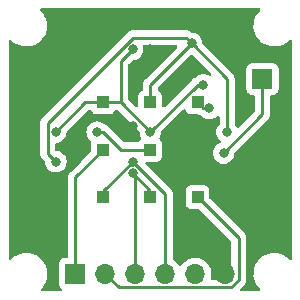
<source format=gbr>
%TF.GenerationSoftware,KiCad,Pcbnew,(6.0.7)*%
%TF.CreationDate,2022-10-15T10:30:28-05:00*%
%TF.ProjectId,ADS1219,41445331-3231-4392-9e6b-696361645f70,4*%
%TF.SameCoordinates,Original*%
%TF.FileFunction,Copper,L2,Bot*%
%TF.FilePolarity,Positive*%
%FSLAX46Y46*%
G04 Gerber Fmt 4.6, Leading zero omitted, Abs format (unit mm)*
G04 Created by KiCad (PCBNEW (6.0.7)) date 2022-10-15 10:30:28*
%MOMM*%
%LPD*%
G01*
G04 APERTURE LIST*
%TA.AperFunction,ComponentPad*%
%ADD10R,1.700000X1.700000*%
%TD*%
%TA.AperFunction,ComponentPad*%
%ADD11O,1.700000X1.700000*%
%TD*%
%TA.AperFunction,SMDPad,CuDef*%
%ADD12R,1.000000X1.000000*%
%TD*%
%TA.AperFunction,ViaPad*%
%ADD13C,0.800000*%
%TD*%
%TA.AperFunction,Conductor*%
%ADD14C,0.250000*%
%TD*%
G04 APERTURE END LIST*
D10*
%TO.P,J4,1,Pin_1*%
%TO.N,Net-(R2-Pad2)*%
X180000000Y-80500000D03*
%TD*%
%TO.P,J2,1,Pin_1*%
%TO.N,/AIN0*%
X164150000Y-97000000D03*
D11*
%TO.P,J2,2,Pin_2*%
%TO.N,/AIN1*%
X166690000Y-97000000D03*
%TO.P,J2,3,Pin_3*%
%TO.N,/AIN2*%
X169230000Y-97000000D03*
%TO.P,J2,4,Pin_4*%
%TO.N,/AIN3*%
X171770000Y-97000000D03*
%TO.P,J2,5,Pin_5*%
%TO.N,+3.3V*%
X174310000Y-97000000D03*
%TO.P,J2,6,Pin_6*%
%TO.N,GND*%
X176850000Y-97000000D03*
%TD*%
D12*
%TO.P,TP9,1,1*%
%TO.N,/AIN3*%
X166500000Y-90500000D03*
%TD*%
%TO.P,TP5,1,1*%
%TO.N,/A1*%
X170500000Y-86500000D03*
%TD*%
%TO.P,TP4,1,1*%
%TO.N,GND*%
X174500000Y-86500000D03*
%TD*%
%TO.P,TP3,1,1*%
%TO.N,+3.3V*%
X166500000Y-82500000D03*
%TD*%
%TO.P,TP1,1,1*%
%TO.N,/SCL*%
X174500000Y-82500000D03*
%TD*%
%TO.P,TP7,1,1*%
%TO.N,/AIN1*%
X174500000Y-90500000D03*
%TD*%
%TO.P,TP2,1,1*%
%TO.N,/SDA*%
X170500000Y-82500000D03*
%TD*%
%TO.P,TP8,1,1*%
%TO.N,/AIN2*%
X170500000Y-90500000D03*
%TD*%
%TO.P,TP6,1,1*%
%TO.N,/AIN0*%
X166500000Y-86500000D03*
%TD*%
D13*
%TO.N,Net-(R2-Pad2)*%
X176718000Y-86782000D03*
%TO.N,GND*%
X173000000Y-95000000D03*
X172500000Y-89500000D03*
X169000000Y-84500000D03*
X170500000Y-78000000D03*
X172000000Y-81500000D03*
X171000000Y-88000000D03*
X176000000Y-77500000D03*
X165000000Y-77500000D03*
X169000000Y-81500000D03*
%TO.N,+3.3V*%
X175000000Y-81000000D03*
X170500000Y-85000000D03*
X162500000Y-85000000D03*
X169000000Y-78000000D03*
%TO.N,/SDA*%
X177000000Y-85000000D03*
X162500000Y-87500000D03*
X174000000Y-77500000D03*
%TO.N,/SCL*%
X175500000Y-83000000D03*
%TO.N,/AIN2*%
X169000000Y-88500000D03*
%TO.N,/AIN3*%
X169000000Y-87500000D03*
%TO.N,/A1*%
X166000000Y-85000000D03*
%TD*%
D14*
%TO.N,Net-(R2-Pad2)*%
X180000000Y-83500000D02*
X180000000Y-80500000D01*
X176718000Y-86782000D02*
X180000000Y-83500000D01*
%TO.N,+3.3V*%
X168000000Y-79000000D02*
X169000000Y-78000000D01*
X165000000Y-82500000D02*
X166500000Y-82500000D01*
X165000000Y-82500000D02*
X168000000Y-82500000D01*
X174500000Y-81000000D02*
X175000000Y-81000000D01*
X168000000Y-82500000D02*
X168000000Y-79000000D01*
X168000000Y-82500000D02*
X170500000Y-85000000D01*
X162500000Y-85000000D02*
X165000000Y-82500000D01*
X170500000Y-85000000D02*
X174500000Y-81000000D01*
%TO.N,/SDA*%
X161822600Y-84219411D02*
X169042011Y-77000000D01*
X170500000Y-81000000D02*
X170500000Y-82500000D01*
X174000000Y-77500000D02*
X170500000Y-81000000D01*
X169042011Y-77000000D02*
X173500000Y-77000000D01*
X173500000Y-77000000D02*
X174000000Y-77500000D01*
X161822600Y-86822600D02*
X161822600Y-84219411D01*
X162500000Y-87500000D02*
X161822600Y-86822600D01*
X177000000Y-85000000D02*
X177000000Y-80500000D01*
X177000000Y-80500000D02*
X174000000Y-77500000D01*
%TO.N,/SCL*%
X175500000Y-83000000D02*
X175000000Y-83000000D01*
X175000000Y-83000000D02*
X174500000Y-82500000D01*
%TO.N,/AIN0*%
X164150000Y-88850000D02*
X164150000Y-97000000D01*
X166500000Y-86500000D02*
X164150000Y-88850000D01*
%TO.N,/AIN1*%
X177977400Y-97522600D02*
X177372600Y-98127400D01*
X174500000Y-90500000D02*
X177977400Y-93977400D01*
X177977400Y-93977400D02*
X177977400Y-97522600D01*
X177372600Y-98127400D02*
X167817400Y-98127400D01*
X167817400Y-98127400D02*
X166690000Y-97000000D01*
%TO.N,/AIN2*%
X170500000Y-90000000D02*
X170500000Y-90500000D01*
X169000000Y-88500000D02*
X170500000Y-90000000D01*
X169230000Y-97000000D02*
X169230000Y-88730000D01*
X169230000Y-88730000D02*
X169000000Y-88500000D01*
%TO.N,/AIN3*%
X166500000Y-90000000D02*
X169000000Y-87500000D01*
X171770000Y-90270000D02*
X169000000Y-87500000D01*
X166500000Y-90500000D02*
X166500000Y-90000000D01*
X171770000Y-97000000D02*
X171770000Y-90270000D01*
%TO.N,/A1*%
X168000000Y-86500000D02*
X170500000Y-86500000D01*
X166500000Y-85000000D02*
X168000000Y-86500000D01*
X166000000Y-85000000D02*
X166500000Y-85000000D01*
%TD*%
%TA.AperFunction,Conductor*%
%TO.N,GND*%
G36*
X179765262Y-74528502D02*
G01*
X179811755Y-74582158D01*
X179821859Y-74652432D01*
X179788916Y-74720832D01*
X179629557Y-74890237D01*
X179480576Y-75104991D01*
X179364975Y-75339407D01*
X179285293Y-75588335D01*
X179243279Y-75846307D01*
X179239858Y-76107655D01*
X179275104Y-76366638D01*
X179276412Y-76371124D01*
X179276412Y-76371126D01*
X179290080Y-76418019D01*
X179348243Y-76617567D01*
X179457668Y-76854928D01*
X179460231Y-76858837D01*
X179598410Y-77069596D01*
X179598414Y-77069601D01*
X179600976Y-77073509D01*
X179775018Y-77268506D01*
X179975970Y-77435637D01*
X179979973Y-77438066D01*
X180195422Y-77568804D01*
X180195426Y-77568806D01*
X180199419Y-77571229D01*
X180440455Y-77672303D01*
X180693783Y-77736641D01*
X180698434Y-77737109D01*
X180698438Y-77737110D01*
X180891308Y-77756531D01*
X180910867Y-77758500D01*
X181066354Y-77758500D01*
X181068679Y-77758327D01*
X181068685Y-77758327D01*
X181256000Y-77744407D01*
X181256004Y-77744406D01*
X181260652Y-77744061D01*
X181265200Y-77743032D01*
X181265206Y-77743031D01*
X181451601Y-77700853D01*
X181515577Y-77686377D01*
X181551769Y-77672303D01*
X181754824Y-77593340D01*
X181754827Y-77593339D01*
X181759177Y-77591647D01*
X181986098Y-77461951D01*
X182191357Y-77300138D01*
X182273725Y-77212578D01*
X182334969Y-77176666D01*
X182405907Y-77179566D01*
X182464015Y-77220357D01*
X182490846Y-77286088D01*
X182491500Y-77298911D01*
X182491500Y-95699708D01*
X182471498Y-95767829D01*
X182417842Y-95814322D01*
X182347568Y-95824426D01*
X182282988Y-95794932D01*
X182271497Y-95783610D01*
X182257412Y-95767829D01*
X182224982Y-95731494D01*
X182024030Y-95564363D01*
X181943506Y-95515500D01*
X181804578Y-95431196D01*
X181804574Y-95431194D01*
X181800581Y-95428771D01*
X181559545Y-95327697D01*
X181306217Y-95263359D01*
X181301566Y-95262891D01*
X181301562Y-95262890D01*
X181092271Y-95241816D01*
X181089133Y-95241500D01*
X180933646Y-95241500D01*
X180931321Y-95241673D01*
X180931315Y-95241673D01*
X180744000Y-95255593D01*
X180743996Y-95255594D01*
X180739348Y-95255939D01*
X180734800Y-95256968D01*
X180734794Y-95256969D01*
X180548399Y-95299147D01*
X180484423Y-95313623D01*
X180480071Y-95315315D01*
X180480069Y-95315316D01*
X180245176Y-95406660D01*
X180245173Y-95406661D01*
X180240823Y-95408353D01*
X180013902Y-95538049D01*
X179808643Y-95699862D01*
X179629557Y-95890237D01*
X179537981Y-96022243D01*
X179483696Y-96100494D01*
X179480576Y-96104991D01*
X179478510Y-96109181D01*
X179478508Y-96109184D01*
X179384597Y-96299618D01*
X179364975Y-96339407D01*
X179363553Y-96343850D01*
X179363552Y-96343852D01*
X179360690Y-96352792D01*
X179285293Y-96588335D01*
X179243279Y-96846307D01*
X179243218Y-96850980D01*
X179240396Y-97066590D01*
X179239858Y-97107655D01*
X179275104Y-97366638D01*
X179276412Y-97371124D01*
X179276412Y-97371126D01*
X179290728Y-97420242D01*
X179348243Y-97617567D01*
X179457668Y-97854928D01*
X179485855Y-97897921D01*
X179598410Y-98069596D01*
X179598414Y-98069601D01*
X179600976Y-98073509D01*
X179775018Y-98268506D01*
X179778611Y-98271494D01*
X179781978Y-98274746D01*
X179780400Y-98276380D01*
X179814782Y-98327680D01*
X179816149Y-98398663D01*
X179778923Y-98459118D01*
X179714922Y-98489849D01*
X179694592Y-98491500D01*
X178208594Y-98491500D01*
X178140473Y-98471498D01*
X178093980Y-98417842D01*
X178083876Y-98347568D01*
X178113370Y-98282988D01*
X178119499Y-98276405D01*
X178369647Y-98026257D01*
X178377937Y-98018713D01*
X178384418Y-98014600D01*
X178431059Y-97964932D01*
X178433813Y-97962091D01*
X178453534Y-97942370D01*
X178456012Y-97939175D01*
X178463718Y-97930153D01*
X178488558Y-97903701D01*
X178493986Y-97897921D01*
X178503746Y-97880168D01*
X178514599Y-97863645D01*
X178518328Y-97858837D01*
X178527013Y-97847641D01*
X178544576Y-97807057D01*
X178549783Y-97796427D01*
X178571095Y-97757660D01*
X178573066Y-97749983D01*
X178573068Y-97749978D01*
X178576132Y-97738042D01*
X178582538Y-97719330D01*
X178587434Y-97708017D01*
X178590581Y-97700745D01*
X178597497Y-97657081D01*
X178599904Y-97645460D01*
X178608928Y-97610311D01*
X178608928Y-97610310D01*
X178610900Y-97602630D01*
X178610900Y-97582369D01*
X178612451Y-97562658D01*
X178614379Y-97550485D01*
X178615619Y-97542657D01*
X178611459Y-97498646D01*
X178610900Y-97486789D01*
X178610900Y-94056167D01*
X178611427Y-94044984D01*
X178613102Y-94037491D01*
X178610962Y-93969414D01*
X178610900Y-93965455D01*
X178610900Y-93937544D01*
X178610395Y-93933544D01*
X178609462Y-93921701D01*
X178608322Y-93885429D01*
X178608073Y-93877510D01*
X178602422Y-93858058D01*
X178598414Y-93838706D01*
X178596867Y-93826463D01*
X178595874Y-93818603D01*
X178592956Y-93811232D01*
X178579600Y-93777497D01*
X178575755Y-93766270D01*
X178575121Y-93764087D01*
X178563418Y-93723807D01*
X178559384Y-93716985D01*
X178559381Y-93716979D01*
X178553106Y-93706368D01*
X178544410Y-93688618D01*
X178539872Y-93677156D01*
X178539869Y-93677151D01*
X178536952Y-93669783D01*
X178510973Y-93634025D01*
X178504457Y-93624107D01*
X178485975Y-93592857D01*
X178481942Y-93586037D01*
X178467618Y-93571713D01*
X178454776Y-93556678D01*
X178442872Y-93540293D01*
X178408806Y-93512111D01*
X178400027Y-93504122D01*
X175545405Y-90649500D01*
X175511379Y-90587188D01*
X175508500Y-90560405D01*
X175508500Y-89951866D01*
X175501745Y-89889684D01*
X175450615Y-89753295D01*
X175363261Y-89636739D01*
X175246705Y-89549385D01*
X175110316Y-89498255D01*
X175048134Y-89491500D01*
X173951866Y-89491500D01*
X173889684Y-89498255D01*
X173753295Y-89549385D01*
X173636739Y-89636739D01*
X173549385Y-89753295D01*
X173498255Y-89889684D01*
X173491500Y-89951866D01*
X173491500Y-91048134D01*
X173498255Y-91110316D01*
X173549385Y-91246705D01*
X173636739Y-91363261D01*
X173753295Y-91450615D01*
X173889684Y-91501745D01*
X173951866Y-91508500D01*
X174560406Y-91508500D01*
X174628527Y-91528502D01*
X174649501Y-91545405D01*
X177306995Y-94202899D01*
X177341021Y-94265211D01*
X177343900Y-94291994D01*
X177343900Y-97208005D01*
X177323898Y-97276126D01*
X177306995Y-97297100D01*
X177147100Y-97456995D01*
X177084788Y-97491021D01*
X177058005Y-97493900D01*
X175749803Y-97493900D01*
X175681682Y-97473898D01*
X175635189Y-97420242D01*
X175625085Y-97349968D01*
X175629244Y-97331272D01*
X175640867Y-97293015D01*
X175642370Y-97288069D01*
X175671529Y-97066590D01*
X175673156Y-97000000D01*
X175654852Y-96777361D01*
X175600431Y-96560702D01*
X175511354Y-96355840D01*
X175390014Y-96168277D01*
X175239670Y-96003051D01*
X175235619Y-95999852D01*
X175235615Y-95999848D01*
X175068414Y-95867800D01*
X175068410Y-95867798D01*
X175064359Y-95864598D01*
X175059831Y-95862098D01*
X174973284Y-95814322D01*
X174868789Y-95756638D01*
X174863920Y-95754914D01*
X174863916Y-95754912D01*
X174663087Y-95683795D01*
X174663083Y-95683794D01*
X174658212Y-95682069D01*
X174653119Y-95681162D01*
X174653116Y-95681161D01*
X174443373Y-95643800D01*
X174443367Y-95643799D01*
X174438284Y-95642894D01*
X174364452Y-95641992D01*
X174220081Y-95640228D01*
X174220079Y-95640228D01*
X174214911Y-95640165D01*
X173994091Y-95673955D01*
X173781756Y-95743357D01*
X173751443Y-95759137D01*
X173607975Y-95833822D01*
X173583607Y-95846507D01*
X173579474Y-95849610D01*
X173579471Y-95849612D01*
X173409100Y-95977530D01*
X173404965Y-95980635D01*
X173401393Y-95984373D01*
X173282121Y-96109184D01*
X173250629Y-96142138D01*
X173143201Y-96299621D01*
X173088293Y-96344621D01*
X173017768Y-96352792D01*
X172954021Y-96321538D01*
X172933324Y-96297054D01*
X172852822Y-96172617D01*
X172852820Y-96172614D01*
X172850014Y-96168277D01*
X172699670Y-96003051D01*
X172695619Y-95999852D01*
X172695615Y-95999848D01*
X172528414Y-95867800D01*
X172528410Y-95867798D01*
X172524359Y-95864598D01*
X172519835Y-95862101D01*
X172519831Y-95862098D01*
X172468608Y-95833822D01*
X172418636Y-95783390D01*
X172403500Y-95723513D01*
X172403500Y-90348768D01*
X172404027Y-90337585D01*
X172405702Y-90330092D01*
X172403562Y-90262001D01*
X172403500Y-90258044D01*
X172403500Y-90230144D01*
X172402996Y-90226153D01*
X172402063Y-90214311D01*
X172400923Y-90178036D01*
X172400674Y-90170111D01*
X172395021Y-90150652D01*
X172391012Y-90131293D01*
X172390846Y-90129983D01*
X172388474Y-90111203D01*
X172385558Y-90103837D01*
X172385556Y-90103831D01*
X172372200Y-90070098D01*
X172368355Y-90058868D01*
X172358230Y-90024017D01*
X172358230Y-90024016D01*
X172356019Y-90016407D01*
X172345705Y-89998966D01*
X172337008Y-89981213D01*
X172332472Y-89969758D01*
X172329552Y-89962383D01*
X172303563Y-89926612D01*
X172297047Y-89916692D01*
X172274542Y-89878638D01*
X172260221Y-89864317D01*
X172247380Y-89849283D01*
X172240131Y-89839306D01*
X172235472Y-89832893D01*
X172201395Y-89804702D01*
X172192616Y-89796712D01*
X170119500Y-87723595D01*
X170085474Y-87661283D01*
X170090539Y-87590467D01*
X170133086Y-87533632D01*
X170199606Y-87508821D01*
X170208595Y-87508500D01*
X171048134Y-87508500D01*
X171110316Y-87501745D01*
X171246705Y-87450615D01*
X171363261Y-87363261D01*
X171450615Y-87246705D01*
X171501745Y-87110316D01*
X171508500Y-87048134D01*
X171508500Y-85951866D01*
X171501745Y-85889684D01*
X171450615Y-85753295D01*
X171363261Y-85636739D01*
X171325780Y-85608648D01*
X171283265Y-85551791D01*
X171278239Y-85480972D01*
X171292226Y-85444823D01*
X171331223Y-85377279D01*
X171331224Y-85377278D01*
X171334527Y-85371556D01*
X171393542Y-85189928D01*
X171410907Y-85024706D01*
X171437920Y-84959050D01*
X171447122Y-84948782D01*
X173301887Y-83094017D01*
X173364199Y-83059991D01*
X173435014Y-83065056D01*
X173491850Y-83107603D01*
X173508964Y-83138883D01*
X173516320Y-83158505D01*
X173549385Y-83246705D01*
X173636739Y-83363261D01*
X173753295Y-83450615D01*
X173889684Y-83501745D01*
X173951866Y-83508500D01*
X174577618Y-83508500D01*
X174638327Y-83524090D01*
X174642439Y-83526351D01*
X174658953Y-83537199D01*
X174674959Y-83549614D01*
X174682228Y-83552759D01*
X174682232Y-83552762D01*
X174715537Y-83567174D01*
X174726187Y-83572391D01*
X174764940Y-83593695D01*
X174772615Y-83595666D01*
X174772616Y-83595666D01*
X174784562Y-83598733D01*
X174803264Y-83605136D01*
X174809335Y-83607763D01*
X174852933Y-83639091D01*
X174888747Y-83678866D01*
X174894089Y-83682747D01*
X174894091Y-83682749D01*
X175025867Y-83778490D01*
X175043248Y-83791118D01*
X175049276Y-83793802D01*
X175049278Y-83793803D01*
X175172991Y-83848883D01*
X175217712Y-83868794D01*
X175308586Y-83888110D01*
X175398056Y-83907128D01*
X175398061Y-83907128D01*
X175404513Y-83908500D01*
X175595487Y-83908500D01*
X175601939Y-83907128D01*
X175601944Y-83907128D01*
X175691414Y-83888110D01*
X175782288Y-83868794D01*
X175827009Y-83848883D01*
X175950722Y-83793803D01*
X175950724Y-83793802D01*
X175956752Y-83791118D01*
X175976099Y-83777062D01*
X176051879Y-83722004D01*
X176111253Y-83678866D01*
X176146864Y-83639316D01*
X176207310Y-83602076D01*
X176278294Y-83603428D01*
X176337278Y-83642941D01*
X176365536Y-83708072D01*
X176366500Y-83723626D01*
X176366500Y-84297476D01*
X176346498Y-84365597D01*
X176334142Y-84381779D01*
X176260960Y-84463056D01*
X176165473Y-84628444D01*
X176106458Y-84810072D01*
X176086496Y-85000000D01*
X176106458Y-85189928D01*
X176165473Y-85371556D01*
X176260960Y-85536944D01*
X176265378Y-85541851D01*
X176265379Y-85541852D01*
X176384325Y-85673955D01*
X176388747Y-85678866D01*
X176430021Y-85708854D01*
X176473375Y-85765075D01*
X176479451Y-85835811D01*
X176446319Y-85898603D01*
X176407209Y-85925896D01*
X176267278Y-85988197D01*
X176267276Y-85988198D01*
X176261248Y-85990882D01*
X176106747Y-86103134D01*
X175978960Y-86245056D01*
X175883473Y-86410444D01*
X175824458Y-86592072D01*
X175804496Y-86782000D01*
X175805186Y-86788565D01*
X175823526Y-86963056D01*
X175824458Y-86971928D01*
X175883473Y-87153556D01*
X175886776Y-87159278D01*
X175886777Y-87159279D01*
X175890650Y-87165987D01*
X175978960Y-87318944D01*
X175983378Y-87323851D01*
X175983379Y-87323852D01*
X176097517Y-87450615D01*
X176106747Y-87460866D01*
X176261248Y-87573118D01*
X176267276Y-87575802D01*
X176267278Y-87575803D01*
X176429681Y-87648109D01*
X176435712Y-87650794D01*
X176529113Y-87670647D01*
X176616056Y-87689128D01*
X176616061Y-87689128D01*
X176622513Y-87690500D01*
X176813487Y-87690500D01*
X176819939Y-87689128D01*
X176819944Y-87689128D01*
X176906888Y-87670647D01*
X177000288Y-87650794D01*
X177006319Y-87648109D01*
X177168722Y-87575803D01*
X177168724Y-87575802D01*
X177174752Y-87573118D01*
X177329253Y-87460866D01*
X177338483Y-87450615D01*
X177452621Y-87323852D01*
X177452622Y-87323851D01*
X177457040Y-87318944D01*
X177545350Y-87165987D01*
X177549223Y-87159279D01*
X177549224Y-87159278D01*
X177552527Y-87153556D01*
X177611542Y-86971928D01*
X177612475Y-86963056D01*
X177628907Y-86806707D01*
X177655920Y-86741050D01*
X177665122Y-86730782D01*
X179018626Y-85377279D01*
X180392253Y-84003652D01*
X180400539Y-83996112D01*
X180407018Y-83992000D01*
X180453644Y-83942348D01*
X180456398Y-83939507D01*
X180476135Y-83919770D01*
X180478615Y-83916573D01*
X180486320Y-83907551D01*
X180511159Y-83881100D01*
X180516586Y-83875321D01*
X180520405Y-83868375D01*
X180520407Y-83868372D01*
X180526348Y-83857566D01*
X180537199Y-83841047D01*
X180544758Y-83831301D01*
X180549614Y-83825041D01*
X180552759Y-83817772D01*
X180552762Y-83817768D01*
X180567174Y-83784463D01*
X180572391Y-83773813D01*
X180593695Y-83735060D01*
X180596600Y-83723748D01*
X180598733Y-83715438D01*
X180605137Y-83696734D01*
X180610033Y-83685420D01*
X180610033Y-83685419D01*
X180613181Y-83678145D01*
X180614420Y-83670322D01*
X180614423Y-83670312D01*
X180620099Y-83634476D01*
X180622505Y-83622856D01*
X180631528Y-83587711D01*
X180631528Y-83587710D01*
X180633500Y-83580030D01*
X180633500Y-83559776D01*
X180635051Y-83540065D01*
X180636980Y-83527886D01*
X180638220Y-83520057D01*
X180634059Y-83476038D01*
X180633500Y-83464181D01*
X180633500Y-81984500D01*
X180653502Y-81916379D01*
X180707158Y-81869886D01*
X180759500Y-81858500D01*
X180898134Y-81858500D01*
X180960316Y-81851745D01*
X181096705Y-81800615D01*
X181213261Y-81713261D01*
X181300615Y-81596705D01*
X181351745Y-81460316D01*
X181358500Y-81398134D01*
X181358500Y-79601866D01*
X181351745Y-79539684D01*
X181300615Y-79403295D01*
X181213261Y-79286739D01*
X181096705Y-79199385D01*
X180960316Y-79148255D01*
X180898134Y-79141500D01*
X179101866Y-79141500D01*
X179039684Y-79148255D01*
X178903295Y-79199385D01*
X178786739Y-79286739D01*
X178699385Y-79403295D01*
X178648255Y-79539684D01*
X178641500Y-79601866D01*
X178641500Y-81398134D01*
X178648255Y-81460316D01*
X178699385Y-81596705D01*
X178786739Y-81713261D01*
X178903295Y-81800615D01*
X179039684Y-81851745D01*
X179101866Y-81858500D01*
X179240500Y-81858500D01*
X179308621Y-81878502D01*
X179355114Y-81932158D01*
X179366500Y-81984500D01*
X179366500Y-83185406D01*
X179346498Y-83253527D01*
X179329595Y-83274501D01*
X178002293Y-84601802D01*
X177939981Y-84635828D01*
X177869165Y-84630763D01*
X177812330Y-84588216D01*
X177804079Y-84575707D01*
X177787134Y-84546357D01*
X177739040Y-84463056D01*
X177665863Y-84381785D01*
X177635147Y-84317779D01*
X177633500Y-84297476D01*
X177633500Y-80578768D01*
X177634027Y-80567585D01*
X177635702Y-80560092D01*
X177633562Y-80492001D01*
X177633500Y-80488044D01*
X177633500Y-80460144D01*
X177632996Y-80456153D01*
X177632063Y-80444311D01*
X177631708Y-80432990D01*
X177630674Y-80400111D01*
X177625021Y-80380652D01*
X177621012Y-80361293D01*
X177620846Y-80359983D01*
X177618474Y-80341203D01*
X177615558Y-80333837D01*
X177615556Y-80333831D01*
X177602200Y-80300098D01*
X177598355Y-80288868D01*
X177588230Y-80254017D01*
X177588230Y-80254016D01*
X177586019Y-80246407D01*
X177575705Y-80228966D01*
X177567008Y-80211213D01*
X177562472Y-80199758D01*
X177559552Y-80192383D01*
X177533563Y-80156612D01*
X177527047Y-80146692D01*
X177504542Y-80108638D01*
X177490221Y-80094317D01*
X177477380Y-80079283D01*
X177470131Y-80069306D01*
X177465472Y-80062893D01*
X177431395Y-80034702D01*
X177422616Y-80026712D01*
X174947122Y-77551217D01*
X174913096Y-77488905D01*
X174910907Y-77475292D01*
X174894232Y-77316635D01*
X174894232Y-77316633D01*
X174893542Y-77310072D01*
X174834527Y-77128444D01*
X174823742Y-77109763D01*
X174742341Y-76968774D01*
X174739040Y-76963056D01*
X174611253Y-76821134D01*
X174456752Y-76708882D01*
X174450724Y-76706198D01*
X174450722Y-76706197D01*
X174288319Y-76633891D01*
X174288318Y-76633891D01*
X174282288Y-76631206D01*
X174188887Y-76611353D01*
X174101944Y-76592872D01*
X174101939Y-76592872D01*
X174095487Y-76591500D01*
X174040309Y-76591500D01*
X173972188Y-76571498D01*
X173954058Y-76557352D01*
X173942349Y-76546357D01*
X173939505Y-76543600D01*
X173919770Y-76523865D01*
X173916573Y-76521385D01*
X173907551Y-76513680D01*
X173894122Y-76501069D01*
X173875321Y-76483414D01*
X173868375Y-76479595D01*
X173868372Y-76479593D01*
X173857566Y-76473652D01*
X173841047Y-76462801D01*
X173840583Y-76462441D01*
X173825041Y-76450386D01*
X173817772Y-76447241D01*
X173817768Y-76447238D01*
X173784463Y-76432826D01*
X173773813Y-76427609D01*
X173735060Y-76406305D01*
X173715437Y-76401267D01*
X173696734Y-76394863D01*
X173685420Y-76389967D01*
X173685419Y-76389967D01*
X173678145Y-76386819D01*
X173670322Y-76385580D01*
X173670312Y-76385577D01*
X173634476Y-76379901D01*
X173622856Y-76377495D01*
X173587711Y-76368472D01*
X173587710Y-76368472D01*
X173580030Y-76366500D01*
X173559776Y-76366500D01*
X173540065Y-76364949D01*
X173527886Y-76363020D01*
X173520057Y-76361780D01*
X173490786Y-76364547D01*
X173476039Y-76365941D01*
X173464181Y-76366500D01*
X169120778Y-76366500D01*
X169109595Y-76365973D01*
X169102102Y-76364298D01*
X169094176Y-76364547D01*
X169094175Y-76364547D01*
X169034012Y-76366438D01*
X169030054Y-76366500D01*
X169002155Y-76366500D01*
X168998165Y-76367004D01*
X168986331Y-76367936D01*
X168942122Y-76369326D01*
X168934508Y-76371538D01*
X168934503Y-76371539D01*
X168922670Y-76374977D01*
X168903307Y-76378988D01*
X168883214Y-76381526D01*
X168875847Y-76384443D01*
X168875842Y-76384444D01*
X168842103Y-76397802D01*
X168830876Y-76401646D01*
X168788418Y-76413982D01*
X168781592Y-76418019D01*
X168770983Y-76424293D01*
X168753235Y-76432988D01*
X168734394Y-76440448D01*
X168727978Y-76445110D01*
X168727977Y-76445110D01*
X168698624Y-76466436D01*
X168688704Y-76472952D01*
X168657476Y-76491420D01*
X168657473Y-76491422D01*
X168650649Y-76495458D01*
X168636328Y-76509779D01*
X168621295Y-76522619D01*
X168604904Y-76534528D01*
X168599853Y-76540634D01*
X168576713Y-76568605D01*
X168568723Y-76577384D01*
X161430347Y-83715759D01*
X161422061Y-83723299D01*
X161415582Y-83727411D01*
X161410157Y-83733188D01*
X161368957Y-83777062D01*
X161366202Y-83779904D01*
X161346465Y-83799641D01*
X161343985Y-83802838D01*
X161336282Y-83811858D01*
X161306014Y-83844090D01*
X161302195Y-83851036D01*
X161302193Y-83851039D01*
X161296252Y-83861845D01*
X161285401Y-83878364D01*
X161272986Y-83894370D01*
X161269841Y-83901639D01*
X161269838Y-83901643D01*
X161255426Y-83934948D01*
X161250209Y-83945598D01*
X161228905Y-83984351D01*
X161226934Y-83992026D01*
X161226934Y-83992027D01*
X161223867Y-84003973D01*
X161217463Y-84022677D01*
X161209419Y-84041266D01*
X161208180Y-84049089D01*
X161208177Y-84049099D01*
X161202501Y-84084935D01*
X161200095Y-84096555D01*
X161189100Y-84139381D01*
X161189100Y-84159635D01*
X161187549Y-84179345D01*
X161184380Y-84199354D01*
X161185126Y-84207246D01*
X161188541Y-84243372D01*
X161189100Y-84255230D01*
X161189100Y-86743833D01*
X161188573Y-86755016D01*
X161186898Y-86762509D01*
X161187147Y-86770435D01*
X161187147Y-86770436D01*
X161189038Y-86830586D01*
X161189100Y-86834545D01*
X161189100Y-86862456D01*
X161189597Y-86866390D01*
X161189597Y-86866391D01*
X161189605Y-86866456D01*
X161190538Y-86878293D01*
X161191927Y-86922489D01*
X161197578Y-86941939D01*
X161201587Y-86961300D01*
X161204126Y-86981397D01*
X161207045Y-86988768D01*
X161207045Y-86988770D01*
X161220404Y-87022512D01*
X161224249Y-87033742D01*
X161233960Y-87067168D01*
X161236582Y-87076193D01*
X161240615Y-87083012D01*
X161240617Y-87083017D01*
X161246893Y-87093628D01*
X161255588Y-87111376D01*
X161263048Y-87130217D01*
X161267710Y-87136633D01*
X161267710Y-87136634D01*
X161289036Y-87165987D01*
X161295552Y-87175907D01*
X161318058Y-87213962D01*
X161332379Y-87228283D01*
X161345219Y-87243316D01*
X161357128Y-87259707D01*
X161363234Y-87264758D01*
X161391205Y-87287898D01*
X161399984Y-87295888D01*
X161552878Y-87448782D01*
X161586904Y-87511094D01*
X161589092Y-87524703D01*
X161606458Y-87689928D01*
X161665473Y-87871556D01*
X161760960Y-88036944D01*
X161888747Y-88178866D01*
X162043248Y-88291118D01*
X162049276Y-88293802D01*
X162049278Y-88293803D01*
X162211681Y-88366109D01*
X162217712Y-88368794D01*
X162311113Y-88388647D01*
X162398056Y-88407128D01*
X162398061Y-88407128D01*
X162404513Y-88408500D01*
X162595487Y-88408500D01*
X162601939Y-88407128D01*
X162601944Y-88407128D01*
X162688887Y-88388647D01*
X162782288Y-88368794D01*
X162788319Y-88366109D01*
X162950722Y-88293803D01*
X162950724Y-88293802D01*
X162956752Y-88291118D01*
X163111253Y-88178866D01*
X163239040Y-88036944D01*
X163334527Y-87871556D01*
X163393542Y-87689928D01*
X163413504Y-87500000D01*
X163408645Y-87453767D01*
X163394232Y-87316635D01*
X163394232Y-87316633D01*
X163393542Y-87310072D01*
X163334527Y-87128444D01*
X163239040Y-86963056D01*
X163231786Y-86954999D01*
X163115675Y-86826045D01*
X163115674Y-86826044D01*
X163111253Y-86821134D01*
X162956752Y-86708882D01*
X162950724Y-86706198D01*
X162950722Y-86706197D01*
X162788319Y-86633891D01*
X162788318Y-86633891D01*
X162782288Y-86631206D01*
X162688887Y-86611353D01*
X162601944Y-86592872D01*
X162601939Y-86592872D01*
X162595487Y-86591500D01*
X162582100Y-86591500D01*
X162513979Y-86571498D01*
X162467486Y-86517842D01*
X162456100Y-86465500D01*
X162456100Y-86034500D01*
X162476102Y-85966379D01*
X162529758Y-85919886D01*
X162582100Y-85908500D01*
X162595487Y-85908500D01*
X162601939Y-85907128D01*
X162601944Y-85907128D01*
X162688887Y-85888647D01*
X162782288Y-85868794D01*
X162843603Y-85841495D01*
X162950722Y-85793803D01*
X162950724Y-85793802D01*
X162956752Y-85791118D01*
X162963073Y-85786526D01*
X163069981Y-85708852D01*
X163111253Y-85678866D01*
X163115675Y-85673955D01*
X163234621Y-85541852D01*
X163234622Y-85541851D01*
X163239040Y-85536944D01*
X163334527Y-85371556D01*
X163393542Y-85189928D01*
X163410907Y-85024706D01*
X163437920Y-84959050D01*
X163447122Y-84948782D01*
X165225500Y-83170405D01*
X165287812Y-83136379D01*
X165314595Y-83133500D01*
X165419618Y-83133500D01*
X165487739Y-83153502D01*
X165534232Y-83207158D01*
X165537599Y-83215269D01*
X165545970Y-83237596D01*
X165549385Y-83246705D01*
X165636739Y-83363261D01*
X165753295Y-83450615D01*
X165889684Y-83501745D01*
X165951866Y-83508500D01*
X167048134Y-83508500D01*
X167110316Y-83501745D01*
X167246705Y-83450615D01*
X167363261Y-83363261D01*
X167450615Y-83246705D01*
X167454030Y-83237596D01*
X167462401Y-83215269D01*
X167505043Y-83158505D01*
X167571605Y-83133806D01*
X167580382Y-83133500D01*
X167685406Y-83133500D01*
X167753527Y-83153502D01*
X167774501Y-83170405D01*
X169552878Y-84948783D01*
X169586904Y-85011095D01*
X169589093Y-85024706D01*
X169606458Y-85189928D01*
X169665473Y-85371556D01*
X169668776Y-85377278D01*
X169668777Y-85377279D01*
X169707774Y-85444823D01*
X169724512Y-85513818D01*
X169701292Y-85580910D01*
X169674222Y-85608647D01*
X169636739Y-85636739D01*
X169549385Y-85753295D01*
X169546233Y-85761703D01*
X169546231Y-85761707D01*
X169537599Y-85784731D01*
X169494957Y-85841495D01*
X169428395Y-85866194D01*
X169419618Y-85866500D01*
X168314595Y-85866500D01*
X168246474Y-85846498D01*
X168225500Y-85829595D01*
X167003652Y-84607747D01*
X166996112Y-84599461D01*
X166992000Y-84592982D01*
X166942348Y-84546356D01*
X166939507Y-84543602D01*
X166919770Y-84523865D01*
X166916573Y-84521385D01*
X166907551Y-84513680D01*
X166881100Y-84488841D01*
X166875321Y-84483414D01*
X166868375Y-84479595D01*
X166868372Y-84479593D01*
X166857566Y-84473652D01*
X166841047Y-84462801D01*
X166840583Y-84462441D01*
X166825041Y-84450386D01*
X166817772Y-84447241D01*
X166817768Y-84447238D01*
X166784463Y-84432826D01*
X166773813Y-84427609D01*
X166735060Y-84406305D01*
X166715437Y-84401267D01*
X166696736Y-84394864D01*
X166690665Y-84392237D01*
X166647066Y-84360909D01*
X166615672Y-84326042D01*
X166611253Y-84321134D01*
X166520545Y-84255230D01*
X166462094Y-84212763D01*
X166462093Y-84212762D01*
X166456752Y-84208882D01*
X166450724Y-84206198D01*
X166450722Y-84206197D01*
X166288319Y-84133891D01*
X166288318Y-84133891D01*
X166282288Y-84131206D01*
X166188888Y-84111353D01*
X166101944Y-84092872D01*
X166101939Y-84092872D01*
X166095487Y-84091500D01*
X165904513Y-84091500D01*
X165898061Y-84092872D01*
X165898056Y-84092872D01*
X165811112Y-84111353D01*
X165717712Y-84131206D01*
X165711682Y-84133891D01*
X165711681Y-84133891D01*
X165549278Y-84206197D01*
X165549276Y-84206198D01*
X165543248Y-84208882D01*
X165388747Y-84321134D01*
X165384328Y-84326042D01*
X165384325Y-84326045D01*
X165275203Y-84447238D01*
X165260960Y-84463056D01*
X165165473Y-84628444D01*
X165106458Y-84810072D01*
X165086496Y-85000000D01*
X165106458Y-85189928D01*
X165165473Y-85371556D01*
X165260960Y-85536944D01*
X165265378Y-85541851D01*
X165265379Y-85541852D01*
X165384325Y-85673955D01*
X165388747Y-85678866D01*
X165459344Y-85730158D01*
X165502697Y-85786379D01*
X165508772Y-85857115D01*
X165503267Y-85876316D01*
X165498255Y-85889684D01*
X165497402Y-85897532D01*
X165497402Y-85897534D01*
X165497286Y-85898603D01*
X165491500Y-85951866D01*
X165491500Y-86560406D01*
X165471498Y-86628527D01*
X165454595Y-86649501D01*
X164605124Y-87498971D01*
X163757747Y-88346348D01*
X163749461Y-88353888D01*
X163742982Y-88358000D01*
X163737557Y-88363777D01*
X163696357Y-88407651D01*
X163693602Y-88410493D01*
X163673865Y-88430230D01*
X163671385Y-88433427D01*
X163663682Y-88442447D01*
X163633414Y-88474679D01*
X163629595Y-88481625D01*
X163629593Y-88481628D01*
X163623652Y-88492434D01*
X163612801Y-88508953D01*
X163600386Y-88524959D01*
X163597241Y-88532228D01*
X163597238Y-88532232D01*
X163582826Y-88565537D01*
X163577609Y-88576187D01*
X163556305Y-88614940D01*
X163554334Y-88622615D01*
X163554334Y-88622616D01*
X163551267Y-88634562D01*
X163544863Y-88653266D01*
X163536819Y-88671855D01*
X163535580Y-88679678D01*
X163535577Y-88679688D01*
X163529901Y-88715524D01*
X163527495Y-88727144D01*
X163516500Y-88769970D01*
X163516500Y-88790224D01*
X163514949Y-88809934D01*
X163511780Y-88829943D01*
X163512526Y-88837835D01*
X163515941Y-88873961D01*
X163516500Y-88885819D01*
X163516500Y-95515500D01*
X163496498Y-95583621D01*
X163442842Y-95630114D01*
X163390500Y-95641500D01*
X163251866Y-95641500D01*
X163189684Y-95648255D01*
X163053295Y-95699385D01*
X162936739Y-95786739D01*
X162849385Y-95903295D01*
X162798255Y-96039684D01*
X162791500Y-96101866D01*
X162791500Y-97898134D01*
X162798255Y-97960316D01*
X162849385Y-98096705D01*
X162936739Y-98213261D01*
X162943919Y-98218642D01*
X162943920Y-98218643D01*
X163005339Y-98264674D01*
X163047854Y-98321533D01*
X163052880Y-98392352D01*
X163018820Y-98454645D01*
X162956489Y-98488635D01*
X162929774Y-98491500D01*
X161322859Y-98491500D01*
X161254738Y-98471498D01*
X161208245Y-98417842D01*
X161198141Y-98347568D01*
X161231084Y-98279167D01*
X161233683Y-98276405D01*
X161390443Y-98109763D01*
X161499569Y-97952460D01*
X161536759Y-97898851D01*
X161536761Y-97898848D01*
X161539424Y-97895009D01*
X161561284Y-97850682D01*
X161652960Y-97664781D01*
X161652961Y-97664778D01*
X161655025Y-97660593D01*
X161731962Y-97420242D01*
X161733280Y-97416123D01*
X161734707Y-97411665D01*
X161776721Y-97153693D01*
X161780142Y-96892345D01*
X161744896Y-96633362D01*
X161730473Y-96583877D01*
X161673068Y-96386932D01*
X161671757Y-96382433D01*
X161659498Y-96355840D01*
X161575030Y-96172617D01*
X161562332Y-96145072D01*
X161511500Y-96067540D01*
X161421590Y-95930404D01*
X161421586Y-95930399D01*
X161419024Y-95926491D01*
X161244982Y-95731494D01*
X161044030Y-95564363D01*
X160963506Y-95515500D01*
X160824578Y-95431196D01*
X160824574Y-95431194D01*
X160820581Y-95428771D01*
X160579545Y-95327697D01*
X160326217Y-95263359D01*
X160321566Y-95262891D01*
X160321562Y-95262890D01*
X160112271Y-95241816D01*
X160109133Y-95241500D01*
X159953646Y-95241500D01*
X159951321Y-95241673D01*
X159951315Y-95241673D01*
X159764000Y-95255593D01*
X159763996Y-95255594D01*
X159759348Y-95255939D01*
X159754800Y-95256968D01*
X159754794Y-95256969D01*
X159568399Y-95299147D01*
X159504423Y-95313623D01*
X159500071Y-95315315D01*
X159500069Y-95315316D01*
X159265176Y-95406660D01*
X159265173Y-95406661D01*
X159260823Y-95408353D01*
X159033902Y-95538049D01*
X158828643Y-95699862D01*
X158739211Y-95794932D01*
X158726275Y-95808683D01*
X158665031Y-95844595D01*
X158594094Y-95841695D01*
X158535985Y-95800904D01*
X158509154Y-95735173D01*
X158508500Y-95722350D01*
X158508500Y-77300292D01*
X158528502Y-77232171D01*
X158582158Y-77185678D01*
X158652432Y-77175574D01*
X158717012Y-77205068D01*
X158728499Y-77216386D01*
X158775018Y-77268506D01*
X158975970Y-77435637D01*
X158979973Y-77438066D01*
X159195422Y-77568804D01*
X159195426Y-77568806D01*
X159199419Y-77571229D01*
X159440455Y-77672303D01*
X159693783Y-77736641D01*
X159698434Y-77737109D01*
X159698438Y-77737110D01*
X159891308Y-77756531D01*
X159910867Y-77758500D01*
X160066354Y-77758500D01*
X160068679Y-77758327D01*
X160068685Y-77758327D01*
X160256000Y-77744407D01*
X160256004Y-77744406D01*
X160260652Y-77744061D01*
X160265200Y-77743032D01*
X160265206Y-77743031D01*
X160451601Y-77700853D01*
X160515577Y-77686377D01*
X160551769Y-77672303D01*
X160754824Y-77593340D01*
X160754827Y-77593339D01*
X160759177Y-77591647D01*
X160986098Y-77461951D01*
X161191357Y-77300138D01*
X161370443Y-77109763D01*
X161519424Y-76895009D01*
X161635025Y-76660593D01*
X161664471Y-76568605D01*
X161713280Y-76416123D01*
X161714707Y-76411665D01*
X161756721Y-76153693D01*
X161760142Y-75892345D01*
X161724896Y-75633362D01*
X161710473Y-75583877D01*
X161653068Y-75386932D01*
X161651757Y-75382433D01*
X161542332Y-75145072D01*
X161489663Y-75064739D01*
X161401590Y-74930404D01*
X161401586Y-74930399D01*
X161399024Y-74926491D01*
X161224982Y-74731494D01*
X161221389Y-74728506D01*
X161218022Y-74725254D01*
X161219600Y-74723620D01*
X161185218Y-74672320D01*
X161183851Y-74601337D01*
X161221077Y-74540882D01*
X161285078Y-74510151D01*
X161305408Y-74508500D01*
X179697141Y-74508500D01*
X179765262Y-74528502D01*
G37*
%TD.AperFunction*%
%TA.AperFunction,Conductor*%
G36*
X172734526Y-77653502D02*
G01*
X172781019Y-77707158D01*
X172791123Y-77777432D01*
X172761629Y-77842012D01*
X172755500Y-77848595D01*
X170107747Y-80496348D01*
X170099461Y-80503888D01*
X170092982Y-80508000D01*
X170087557Y-80513777D01*
X170046357Y-80557651D01*
X170043602Y-80560493D01*
X170023865Y-80580230D01*
X170021385Y-80583427D01*
X170013682Y-80592447D01*
X169983414Y-80624679D01*
X169979595Y-80631625D01*
X169979593Y-80631628D01*
X169973652Y-80642434D01*
X169962801Y-80658953D01*
X169950386Y-80674959D01*
X169947241Y-80682228D01*
X169947238Y-80682232D01*
X169932826Y-80715537D01*
X169927609Y-80726187D01*
X169906305Y-80764940D01*
X169904334Y-80772615D01*
X169904334Y-80772616D01*
X169901267Y-80784562D01*
X169894863Y-80803266D01*
X169886819Y-80821855D01*
X169885580Y-80829678D01*
X169885577Y-80829688D01*
X169879901Y-80865524D01*
X169877495Y-80877144D01*
X169866500Y-80919970D01*
X169866500Y-80940224D01*
X169864949Y-80959934D01*
X169861780Y-80979943D01*
X169862526Y-80987835D01*
X169865941Y-81023961D01*
X169866500Y-81035819D01*
X169866500Y-81419618D01*
X169846498Y-81487739D01*
X169792842Y-81534232D01*
X169784731Y-81537599D01*
X169761707Y-81546231D01*
X169761704Y-81546232D01*
X169753295Y-81549385D01*
X169636739Y-81636739D01*
X169549385Y-81753295D01*
X169498255Y-81889684D01*
X169491500Y-81951866D01*
X169491500Y-82791405D01*
X169471498Y-82859526D01*
X169417842Y-82906019D01*
X169347568Y-82916123D01*
X169282988Y-82886629D01*
X169276404Y-82880500D01*
X169024349Y-82628444D01*
X168670404Y-82274499D01*
X168636379Y-82212187D01*
X168633500Y-82185404D01*
X168633500Y-79314594D01*
X168653502Y-79246473D01*
X168670405Y-79225499D01*
X168950499Y-78945405D01*
X169012811Y-78911379D01*
X169039594Y-78908500D01*
X169095487Y-78908500D01*
X169101939Y-78907128D01*
X169101944Y-78907128D01*
X169188887Y-78888647D01*
X169282288Y-78868794D01*
X169288319Y-78866109D01*
X169450722Y-78793803D01*
X169450724Y-78793802D01*
X169456752Y-78791118D01*
X169611253Y-78678866D01*
X169739040Y-78536944D01*
X169834527Y-78371556D01*
X169893542Y-78189928D01*
X169913504Y-78000000D01*
X169893542Y-77810072D01*
X169891503Y-77803797D01*
X169891502Y-77803792D01*
X169889762Y-77798438D01*
X169887733Y-77727471D01*
X169924394Y-77666672D01*
X169988106Y-77635346D01*
X170009594Y-77633500D01*
X172666405Y-77633500D01*
X172734526Y-77653502D01*
G37*
%TD.AperFunction*%
%TA.AperFunction,Conductor*%
G36*
X174044032Y-78456038D02*
G01*
X174089095Y-78484999D01*
X175627364Y-80023268D01*
X175661390Y-80085580D01*
X175656325Y-80156395D01*
X175613778Y-80213231D01*
X175547258Y-80238042D01*
X175477884Y-80222951D01*
X175464209Y-80214300D01*
X175462738Y-80213231D01*
X175456752Y-80208882D01*
X175450724Y-80206198D01*
X175450722Y-80206197D01*
X175288319Y-80133891D01*
X175288318Y-80133891D01*
X175282288Y-80131206D01*
X175176115Y-80108638D01*
X175101944Y-80092872D01*
X175101939Y-80092872D01*
X175095487Y-80091500D01*
X174904513Y-80091500D01*
X174898061Y-80092872D01*
X174898056Y-80092872D01*
X174823885Y-80108638D01*
X174717712Y-80131206D01*
X174711682Y-80133891D01*
X174711681Y-80133891D01*
X174549278Y-80206197D01*
X174549276Y-80206198D01*
X174543248Y-80208882D01*
X174388747Y-80321134D01*
X174384333Y-80326036D01*
X174384332Y-80326037D01*
X174350359Y-80363768D01*
X174303122Y-80396603D01*
X174300102Y-80397799D01*
X174288863Y-80401647D01*
X174254021Y-80411769D01*
X174254015Y-80411772D01*
X174246407Y-80413982D01*
X174239585Y-80418016D01*
X174239579Y-80418019D01*
X174228968Y-80424294D01*
X174211218Y-80432990D01*
X174199756Y-80437528D01*
X174199751Y-80437531D01*
X174192383Y-80440448D01*
X174185968Y-80445109D01*
X174156625Y-80466427D01*
X174146707Y-80472943D01*
X174128019Y-80483995D01*
X174108637Y-80495458D01*
X174094313Y-80509782D01*
X174079281Y-80522621D01*
X174062893Y-80534528D01*
X174043764Y-80557651D01*
X174034712Y-80568593D01*
X174026722Y-80577373D01*
X171723595Y-82880500D01*
X171661283Y-82914526D01*
X171590468Y-82909461D01*
X171533632Y-82866914D01*
X171508821Y-82800394D01*
X171508500Y-82791405D01*
X171508500Y-81951866D01*
X171501745Y-81889684D01*
X171450615Y-81753295D01*
X171363261Y-81636739D01*
X171246705Y-81549385D01*
X171238296Y-81546232D01*
X171238293Y-81546231D01*
X171215269Y-81537599D01*
X171158505Y-81494957D01*
X171133806Y-81428395D01*
X171133500Y-81419618D01*
X171133500Y-81314594D01*
X171153502Y-81246473D01*
X171170405Y-81225499D01*
X173910905Y-78484999D01*
X173973217Y-78450973D01*
X174044032Y-78456038D01*
G37*
%TD.AperFunction*%
%TD*%
M02*

</source>
